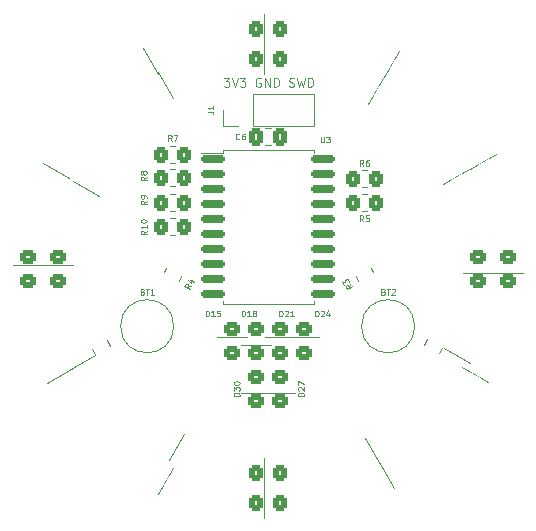
<source format=gto>
G04 #@! TF.GenerationSoftware,KiCad,Pcbnew,6.0.9-8da3e8f707~116~ubuntu22.04.1*
G04 #@! TF.CreationDate,2022-11-08T11:27:41+01:00*
G04 #@! TF.ProjectId,PCB-Horloge,5043422d-486f-4726-9c6f-67652e6b6963,1.0*
G04 #@! TF.SameCoordinates,Original*
G04 #@! TF.FileFunction,Legend,Top*
G04 #@! TF.FilePolarity,Positive*
%FSLAX46Y46*%
G04 Gerber Fmt 4.6, Leading zero omitted, Abs format (unit mm)*
G04 Created by KiCad (PCBNEW 6.0.9-8da3e8f707~116~ubuntu22.04.1) date 2022-11-08 11:27:41*
%MOMM*%
%LPD*%
G01*
G04 APERTURE LIST*
G04 Aperture macros list*
%AMRoundRect*
0 Rectangle with rounded corners*
0 $1 Rounding radius*
0 $2 $3 $4 $5 $6 $7 $8 $9 X,Y pos of 4 corners*
0 Add a 4 corners polygon primitive as box body*
4,1,4,$2,$3,$4,$5,$6,$7,$8,$9,$2,$3,0*
0 Add four circle primitives for the rounded corners*
1,1,$1+$1,$2,$3*
1,1,$1+$1,$4,$5*
1,1,$1+$1,$6,$7*
1,1,$1+$1,$8,$9*
0 Add four rect primitives between the rounded corners*
20,1,$1+$1,$2,$3,$4,$5,0*
20,1,$1+$1,$4,$5,$6,$7,0*
20,1,$1+$1,$6,$7,$8,$9,0*
20,1,$1+$1,$8,$9,$2,$3,0*%
G04 Aperture macros list end*
%ADD10C,0.100000*%
%ADD11C,0.120000*%
%ADD12R,1.700000X1.700000*%
%ADD13O,1.700000X1.700000*%
%ADD14RoundRect,0.250000X0.506458X0.227211X-0.056458X0.552211X-0.506458X-0.227211X0.056458X-0.552211X0*%
%ADD15C,4.000000*%
%ADD16RoundRect,0.250000X-0.450000X0.325000X-0.450000X-0.325000X0.450000X-0.325000X0.450000X0.325000X0*%
%ADD17RoundRect,0.250000X0.227211X-0.506458X0.552211X0.056458X-0.227211X0.506458X-0.552211X-0.056458X0*%
%ADD18RoundRect,0.250000X0.242612X-0.529784X0.580112X0.054784X-0.242612X0.529784X-0.580112X-0.054784X0*%
%ADD19RoundRect,0.250000X0.350000X0.450000X-0.350000X0.450000X-0.350000X-0.450000X0.350000X-0.450000X0*%
%ADD20RoundRect,0.250000X0.552211X-0.056458X0.227211X0.506458X-0.552211X0.056458X-0.227211X-0.506458X0*%
%ADD21RoundRect,0.250000X-0.350000X-0.450000X0.350000X-0.450000X0.350000X0.450000X-0.350000X0.450000X0*%
%ADD22C,2.100000*%
%ADD23RoundRect,0.250000X-0.506458X-0.227211X0.056458X-0.552211X0.506458X0.227211X-0.056458X0.552211X0*%
%ADD24RoundRect,0.250000X-0.056458X-0.552211X0.506458X-0.227211X0.056458X0.552211X-0.506458X0.227211X0*%
%ADD25RoundRect,0.250000X0.450000X-0.325000X0.450000X0.325000X-0.450000X0.325000X-0.450000X-0.325000X0*%
%ADD26RoundRect,0.150000X-0.875000X-0.150000X0.875000X-0.150000X0.875000X0.150000X-0.875000X0.150000X0*%
%ADD27RoundRect,0.250000X0.564711X-0.078109X0.214711X0.528109X-0.564711X0.078109X-0.214711X-0.528109X0*%
%ADD28RoundRect,0.250000X-0.337500X-0.475000X0.337500X-0.475000X0.337500X0.475000X-0.337500X0.475000X0*%
%ADD29RoundRect,0.250000X-0.325000X-0.450000X0.325000X-0.450000X0.325000X0.450000X-0.325000X0.450000X0*%
%ADD30RoundRect,0.250000X-0.227211X0.506458X-0.552211X-0.056458X0.227211X-0.506458X0.552211X0.056458X0*%
%ADD31RoundRect,0.250000X-0.580112X0.054784X-0.242612X-0.529784X0.580112X-0.054784X0.242612X0.529784X0*%
%ADD32RoundRect,0.250000X-0.214711X0.528109X-0.564711X-0.078109X0.214711X-0.528109X0.564711X0.078109X0*%
G04 APERTURE END LIST*
D10*
X133396428Y-75289285D02*
X133860714Y-75289285D01*
X133610714Y-75575000D01*
X133717857Y-75575000D01*
X133789285Y-75610714D01*
X133825000Y-75646428D01*
X133860714Y-75717857D01*
X133860714Y-75896428D01*
X133825000Y-75967857D01*
X133789285Y-76003571D01*
X133717857Y-76039285D01*
X133503571Y-76039285D01*
X133432142Y-76003571D01*
X133396428Y-75967857D01*
X134075000Y-75289285D02*
X134325000Y-76039285D01*
X134575000Y-75289285D01*
X134753571Y-75289285D02*
X135217857Y-75289285D01*
X134967857Y-75575000D01*
X135075000Y-75575000D01*
X135146428Y-75610714D01*
X135182142Y-75646428D01*
X135217857Y-75717857D01*
X135217857Y-75896428D01*
X135182142Y-75967857D01*
X135146428Y-76003571D01*
X135075000Y-76039285D01*
X134860714Y-76039285D01*
X134789285Y-76003571D01*
X134753571Y-75967857D01*
X136503571Y-75325000D02*
X136432142Y-75289285D01*
X136325000Y-75289285D01*
X136217857Y-75325000D01*
X136146428Y-75396428D01*
X136110714Y-75467857D01*
X136075000Y-75610714D01*
X136075000Y-75717857D01*
X136110714Y-75860714D01*
X136146428Y-75932142D01*
X136217857Y-76003571D01*
X136325000Y-76039285D01*
X136396428Y-76039285D01*
X136503571Y-76003571D01*
X136539285Y-75967857D01*
X136539285Y-75717857D01*
X136396428Y-75717857D01*
X136860714Y-76039285D02*
X136860714Y-75289285D01*
X137289285Y-76039285D01*
X137289285Y-75289285D01*
X137646428Y-76039285D02*
X137646428Y-75289285D01*
X137825000Y-75289285D01*
X137932142Y-75325000D01*
X138003571Y-75396428D01*
X138039285Y-75467857D01*
X138075000Y-75610714D01*
X138075000Y-75717857D01*
X138039285Y-75860714D01*
X138003571Y-75932142D01*
X137932142Y-76003571D01*
X137825000Y-76039285D01*
X137646428Y-76039285D01*
X138932142Y-76003571D02*
X139039285Y-76039285D01*
X139217857Y-76039285D01*
X139289285Y-76003571D01*
X139325000Y-75967857D01*
X139360714Y-75896428D01*
X139360714Y-75825000D01*
X139325000Y-75753571D01*
X139289285Y-75717857D01*
X139217857Y-75682142D01*
X139075000Y-75646428D01*
X139003571Y-75610714D01*
X138967857Y-75575000D01*
X138932142Y-75503571D01*
X138932142Y-75432142D01*
X138967857Y-75360714D01*
X139003571Y-75325000D01*
X139075000Y-75289285D01*
X139253571Y-75289285D01*
X139360714Y-75325000D01*
X139610714Y-75289285D02*
X139789285Y-76039285D01*
X139932142Y-75503571D01*
X140075000Y-76039285D01*
X140253571Y-75289285D01*
X140539285Y-76039285D02*
X140539285Y-75289285D01*
X140717857Y-75289285D01*
X140825000Y-75325000D01*
X140896428Y-75396428D01*
X140932142Y-75467857D01*
X140967857Y-75610714D01*
X140967857Y-75717857D01*
X140932142Y-75860714D01*
X140896428Y-75932142D01*
X140825000Y-76003571D01*
X140717857Y-76039285D01*
X140539285Y-76039285D01*
X132016190Y-78163533D02*
X132373333Y-78163533D01*
X132444761Y-78187343D01*
X132492380Y-78234962D01*
X132516190Y-78306390D01*
X132516190Y-78354009D01*
X132516190Y-77663533D02*
X132516190Y-77949247D01*
X132516190Y-77806390D02*
X132016190Y-77806390D01*
X132087619Y-77854009D01*
X132135238Y-77901628D01*
X132159047Y-77949247D01*
X146907142Y-93366285D02*
X146978571Y-93390095D01*
X147002380Y-93413904D01*
X147026190Y-93461523D01*
X147026190Y-93532952D01*
X147002380Y-93580571D01*
X146978571Y-93604380D01*
X146930952Y-93628190D01*
X146740476Y-93628190D01*
X146740476Y-93128190D01*
X146907142Y-93128190D01*
X146954761Y-93152000D01*
X146978571Y-93175809D01*
X147002380Y-93223428D01*
X147002380Y-93271047D01*
X146978571Y-93318666D01*
X146954761Y-93342476D01*
X146907142Y-93366285D01*
X146740476Y-93366285D01*
X147169047Y-93128190D02*
X147454761Y-93128190D01*
X147311904Y-93628190D02*
X147311904Y-93128190D01*
X147597619Y-93175809D02*
X147621428Y-93152000D01*
X147669047Y-93128190D01*
X147788095Y-93128190D01*
X147835714Y-93152000D01*
X147859523Y-93175809D01*
X147883333Y-93223428D01*
X147883333Y-93271047D01*
X147859523Y-93342476D01*
X147573809Y-93628190D01*
X147883333Y-93628190D01*
X126507142Y-93366285D02*
X126578571Y-93390095D01*
X126602380Y-93413904D01*
X126626190Y-93461523D01*
X126626190Y-93532952D01*
X126602380Y-93580571D01*
X126578571Y-93604380D01*
X126530952Y-93628190D01*
X126340476Y-93628190D01*
X126340476Y-93128190D01*
X126507142Y-93128190D01*
X126554761Y-93152000D01*
X126578571Y-93175809D01*
X126602380Y-93223428D01*
X126602380Y-93271047D01*
X126578571Y-93318666D01*
X126554761Y-93342476D01*
X126507142Y-93366285D01*
X126340476Y-93366285D01*
X126769047Y-93128190D02*
X127054761Y-93128190D01*
X126911904Y-93628190D02*
X126911904Y-93128190D01*
X127483333Y-93628190D02*
X127197619Y-93628190D01*
X127340476Y-93628190D02*
X127340476Y-93128190D01*
X127292857Y-93199619D01*
X127245238Y-93247238D01*
X127197619Y-93271047D01*
X131853857Y-95476190D02*
X131853857Y-94976190D01*
X131972904Y-94976190D01*
X132044333Y-95000000D01*
X132091952Y-95047619D01*
X132115761Y-95095238D01*
X132139571Y-95190476D01*
X132139571Y-95261904D01*
X132115761Y-95357142D01*
X132091952Y-95404761D01*
X132044333Y-95452380D01*
X131972904Y-95476190D01*
X131853857Y-95476190D01*
X132615761Y-95476190D02*
X132330047Y-95476190D01*
X132472904Y-95476190D02*
X132472904Y-94976190D01*
X132425285Y-95047619D01*
X132377666Y-95095238D01*
X132330047Y-95119047D01*
X133068142Y-94976190D02*
X132830047Y-94976190D01*
X132806238Y-95214285D01*
X132830047Y-95190476D01*
X132877666Y-95166666D01*
X132996714Y-95166666D01*
X133044333Y-95190476D01*
X133068142Y-95214285D01*
X133091952Y-95261904D01*
X133091952Y-95380952D01*
X133068142Y-95428571D01*
X133044333Y-95452380D01*
X132996714Y-95476190D01*
X132877666Y-95476190D01*
X132830047Y-95452380D01*
X132806238Y-95428571D01*
X126845190Y-85681333D02*
X126607095Y-85848000D01*
X126845190Y-85967047D02*
X126345190Y-85967047D01*
X126345190Y-85776571D01*
X126369000Y-85728952D01*
X126392809Y-85705142D01*
X126440428Y-85681333D01*
X126511857Y-85681333D01*
X126559476Y-85705142D01*
X126583285Y-85728952D01*
X126607095Y-85776571D01*
X126607095Y-85967047D01*
X126845190Y-85443238D02*
X126845190Y-85348000D01*
X126821380Y-85300380D01*
X126797571Y-85276571D01*
X126726142Y-85228952D01*
X126630904Y-85205142D01*
X126440428Y-85205142D01*
X126392809Y-85228952D01*
X126369000Y-85252761D01*
X126345190Y-85300380D01*
X126345190Y-85395619D01*
X126369000Y-85443238D01*
X126392809Y-85467047D01*
X126440428Y-85490857D01*
X126559476Y-85490857D01*
X126607095Y-85467047D01*
X126630904Y-85443238D01*
X126654714Y-85395619D01*
X126654714Y-85300380D01*
X126630904Y-85252761D01*
X126607095Y-85228952D01*
X126559476Y-85205142D01*
X145216666Y-82726190D02*
X145050000Y-82488095D01*
X144930952Y-82726190D02*
X144930952Y-82226190D01*
X145121428Y-82226190D01*
X145169047Y-82250000D01*
X145192857Y-82273809D01*
X145216666Y-82321428D01*
X145216666Y-82392857D01*
X145192857Y-82440476D01*
X145169047Y-82464285D01*
X145121428Y-82488095D01*
X144930952Y-82488095D01*
X145645238Y-82226190D02*
X145550000Y-82226190D01*
X145502380Y-82250000D01*
X145478571Y-82273809D01*
X145430952Y-82345238D01*
X145407142Y-82440476D01*
X145407142Y-82630952D01*
X145430952Y-82678571D01*
X145454761Y-82702380D01*
X145502380Y-82726190D01*
X145597619Y-82726190D01*
X145645238Y-82702380D01*
X145669047Y-82678571D01*
X145692857Y-82630952D01*
X145692857Y-82511904D01*
X145669047Y-82464285D01*
X145645238Y-82440476D01*
X145597619Y-82416666D01*
X145502380Y-82416666D01*
X145454761Y-82440476D01*
X145430952Y-82464285D01*
X145407142Y-82511904D01*
X145204666Y-87426190D02*
X145038000Y-87188095D01*
X144918952Y-87426190D02*
X144918952Y-86926190D01*
X145109428Y-86926190D01*
X145157047Y-86950000D01*
X145180857Y-86973809D01*
X145204666Y-87021428D01*
X145204666Y-87092857D01*
X145180857Y-87140476D01*
X145157047Y-87164285D01*
X145109428Y-87188095D01*
X144918952Y-87188095D01*
X145657047Y-86926190D02*
X145418952Y-86926190D01*
X145395142Y-87164285D01*
X145418952Y-87140476D01*
X145466571Y-87116666D01*
X145585619Y-87116666D01*
X145633238Y-87140476D01*
X145657047Y-87164285D01*
X145680857Y-87211904D01*
X145680857Y-87330952D01*
X145657047Y-87378571D01*
X145633238Y-87402380D01*
X145585619Y-87426190D01*
X145466571Y-87426190D01*
X145418952Y-87402380D01*
X145395142Y-87378571D01*
X141605047Y-80244190D02*
X141605047Y-80648952D01*
X141628857Y-80696571D01*
X141652666Y-80720380D01*
X141700285Y-80744190D01*
X141795523Y-80744190D01*
X141843142Y-80720380D01*
X141866952Y-80696571D01*
X141890761Y-80648952D01*
X141890761Y-80244190D01*
X142081238Y-80244190D02*
X142390761Y-80244190D01*
X142224095Y-80434666D01*
X142295523Y-80434666D01*
X142343142Y-80458476D01*
X142366952Y-80482285D01*
X142390761Y-80529904D01*
X142390761Y-80648952D01*
X142366952Y-80696571D01*
X142343142Y-80720380D01*
X142295523Y-80744190D01*
X142152666Y-80744190D01*
X142105047Y-80720380D01*
X142081238Y-80696571D01*
X134720190Y-102216142D02*
X134220190Y-102216142D01*
X134220190Y-102097095D01*
X134244000Y-102025666D01*
X134291619Y-101978047D01*
X134339238Y-101954238D01*
X134434476Y-101930428D01*
X134505904Y-101930428D01*
X134601142Y-101954238D01*
X134648761Y-101978047D01*
X134696380Y-102025666D01*
X134720190Y-102097095D01*
X134720190Y-102216142D01*
X134220190Y-101763761D02*
X134220190Y-101454238D01*
X134410666Y-101620904D01*
X134410666Y-101549476D01*
X134434476Y-101501857D01*
X134458285Y-101478047D01*
X134505904Y-101454238D01*
X134624952Y-101454238D01*
X134672571Y-101478047D01*
X134696380Y-101501857D01*
X134720190Y-101549476D01*
X134720190Y-101692333D01*
X134696380Y-101739952D01*
X134672571Y-101763761D01*
X134220190Y-101144714D02*
X134220190Y-101097095D01*
X134244000Y-101049476D01*
X134267809Y-101025666D01*
X134315428Y-101001857D01*
X134410666Y-100978047D01*
X134529714Y-100978047D01*
X134624952Y-101001857D01*
X134672571Y-101025666D01*
X134696380Y-101049476D01*
X134720190Y-101097095D01*
X134720190Y-101144714D01*
X134696380Y-101192333D01*
X134672571Y-101216142D01*
X134624952Y-101239952D01*
X134529714Y-101263761D01*
X134410666Y-101263761D01*
X134315428Y-101239952D01*
X134267809Y-101216142D01*
X134244000Y-101192333D01*
X134220190Y-101144714D01*
X144108611Y-92684073D02*
X143985748Y-92947458D01*
X144251468Y-92931509D02*
X143818455Y-93181509D01*
X143723217Y-93016552D01*
X143720027Y-92963408D01*
X143728742Y-92930883D01*
X143758077Y-92886454D01*
X143819936Y-92850740D01*
X143873080Y-92847550D01*
X143905604Y-92856265D01*
X143950033Y-92885599D01*
X144045271Y-93050556D01*
X143592265Y-92789735D02*
X143437503Y-92521680D01*
X143685793Y-92570779D01*
X143650079Y-92508921D01*
X143646889Y-92455776D01*
X143655604Y-92423252D01*
X143684939Y-92378823D01*
X143788037Y-92319299D01*
X143841181Y-92316109D01*
X143873705Y-92324824D01*
X143918135Y-92354159D01*
X143989563Y-92477877D01*
X143992753Y-92531021D01*
X143984038Y-92563545D01*
X140180190Y-102225142D02*
X139680190Y-102225142D01*
X139680190Y-102106095D01*
X139704000Y-102034666D01*
X139751619Y-101987047D01*
X139799238Y-101963238D01*
X139894476Y-101939428D01*
X139965904Y-101939428D01*
X140061142Y-101963238D01*
X140108761Y-101987047D01*
X140156380Y-102034666D01*
X140180190Y-102106095D01*
X140180190Y-102225142D01*
X139727809Y-101748952D02*
X139704000Y-101725142D01*
X139680190Y-101677523D01*
X139680190Y-101558476D01*
X139704000Y-101510857D01*
X139727809Y-101487047D01*
X139775428Y-101463238D01*
X139823047Y-101463238D01*
X139894476Y-101487047D01*
X140180190Y-101772761D01*
X140180190Y-101463238D01*
X139680190Y-101296571D02*
X139680190Y-100963238D01*
X140180190Y-101177523D01*
X141124857Y-95476190D02*
X141124857Y-94976190D01*
X141243904Y-94976190D01*
X141315333Y-95000000D01*
X141362952Y-95047619D01*
X141386761Y-95095238D01*
X141410571Y-95190476D01*
X141410571Y-95261904D01*
X141386761Y-95357142D01*
X141362952Y-95404761D01*
X141315333Y-95452380D01*
X141243904Y-95476190D01*
X141124857Y-95476190D01*
X141601047Y-95023809D02*
X141624857Y-95000000D01*
X141672476Y-94976190D01*
X141791523Y-94976190D01*
X141839142Y-95000000D01*
X141862952Y-95023809D01*
X141886761Y-95071428D01*
X141886761Y-95119047D01*
X141862952Y-95190476D01*
X141577238Y-95476190D01*
X141886761Y-95476190D01*
X142315333Y-95142857D02*
X142315333Y-95476190D01*
X142196285Y-94952380D02*
X142077238Y-95309523D01*
X142386761Y-95309523D01*
X134716666Y-80442571D02*
X134692857Y-80466380D01*
X134621428Y-80490190D01*
X134573809Y-80490190D01*
X134502380Y-80466380D01*
X134454761Y-80418761D01*
X134430952Y-80371142D01*
X134407142Y-80275904D01*
X134407142Y-80204476D01*
X134430952Y-80109238D01*
X134454761Y-80061619D01*
X134502380Y-80014000D01*
X134573809Y-79990190D01*
X134621428Y-79990190D01*
X134692857Y-80014000D01*
X134716666Y-80037809D01*
X135145238Y-79990190D02*
X135050000Y-79990190D01*
X135002380Y-80014000D01*
X134978571Y-80037809D01*
X134930952Y-80109238D01*
X134907142Y-80204476D01*
X134907142Y-80394952D01*
X134930952Y-80442571D01*
X134954761Y-80466380D01*
X135002380Y-80490190D01*
X135097619Y-80490190D01*
X135145238Y-80466380D01*
X135169047Y-80442571D01*
X135192857Y-80394952D01*
X135192857Y-80275904D01*
X135169047Y-80228285D01*
X135145238Y-80204476D01*
X135097619Y-80180666D01*
X135002380Y-80180666D01*
X134954761Y-80204476D01*
X134930952Y-80228285D01*
X134907142Y-80275904D01*
X134901857Y-95476190D02*
X134901857Y-94976190D01*
X135020904Y-94976190D01*
X135092333Y-95000000D01*
X135139952Y-95047619D01*
X135163761Y-95095238D01*
X135187571Y-95190476D01*
X135187571Y-95261904D01*
X135163761Y-95357142D01*
X135139952Y-95404761D01*
X135092333Y-95452380D01*
X135020904Y-95476190D01*
X134901857Y-95476190D01*
X135663761Y-95476190D02*
X135378047Y-95476190D01*
X135520904Y-95476190D02*
X135520904Y-94976190D01*
X135473285Y-95047619D01*
X135425666Y-95095238D01*
X135378047Y-95119047D01*
X135949476Y-95190476D02*
X135901857Y-95166666D01*
X135878047Y-95142857D01*
X135854238Y-95095238D01*
X135854238Y-95071428D01*
X135878047Y-95023809D01*
X135901857Y-95000000D01*
X135949476Y-94976190D01*
X136044714Y-94976190D01*
X136092333Y-95000000D01*
X136116142Y-95023809D01*
X136139952Y-95071428D01*
X136139952Y-95095238D01*
X136116142Y-95142857D01*
X136092333Y-95166666D01*
X136044714Y-95190476D01*
X135949476Y-95190476D01*
X135901857Y-95214285D01*
X135878047Y-95238095D01*
X135854238Y-95285714D01*
X135854238Y-95380952D01*
X135878047Y-95428571D01*
X135901857Y-95452380D01*
X135949476Y-95476190D01*
X136044714Y-95476190D01*
X136092333Y-95452380D01*
X136116142Y-95428571D01*
X136139952Y-95380952D01*
X136139952Y-95285714D01*
X136116142Y-95238095D01*
X136092333Y-95214285D01*
X136044714Y-95190476D01*
X126845190Y-83649333D02*
X126607095Y-83816000D01*
X126845190Y-83935047D02*
X126345190Y-83935047D01*
X126345190Y-83744571D01*
X126369000Y-83696952D01*
X126392809Y-83673142D01*
X126440428Y-83649333D01*
X126511857Y-83649333D01*
X126559476Y-83673142D01*
X126583285Y-83696952D01*
X126607095Y-83744571D01*
X126607095Y-83935047D01*
X126559476Y-83363619D02*
X126535666Y-83411238D01*
X126511857Y-83435047D01*
X126464238Y-83458857D01*
X126440428Y-83458857D01*
X126392809Y-83435047D01*
X126369000Y-83411238D01*
X126345190Y-83363619D01*
X126345190Y-83268380D01*
X126369000Y-83220761D01*
X126392809Y-83196952D01*
X126440428Y-83173142D01*
X126464238Y-83173142D01*
X126511857Y-83196952D01*
X126535666Y-83220761D01*
X126559476Y-83268380D01*
X126559476Y-83363619D01*
X126583285Y-83411238D01*
X126607095Y-83435047D01*
X126654714Y-83458857D01*
X126749952Y-83458857D01*
X126797571Y-83435047D01*
X126821380Y-83411238D01*
X126845190Y-83363619D01*
X126845190Y-83268380D01*
X126821380Y-83220761D01*
X126797571Y-83196952D01*
X126749952Y-83173142D01*
X126654714Y-83173142D01*
X126607095Y-83196952D01*
X126583285Y-83220761D01*
X126559476Y-83268380D01*
X128964666Y-80617190D02*
X128798000Y-80379095D01*
X128678952Y-80617190D02*
X128678952Y-80117190D01*
X128869428Y-80117190D01*
X128917047Y-80141000D01*
X128940857Y-80164809D01*
X128964666Y-80212428D01*
X128964666Y-80283857D01*
X128940857Y-80331476D01*
X128917047Y-80355285D01*
X128869428Y-80379095D01*
X128678952Y-80379095D01*
X129131333Y-80117190D02*
X129464666Y-80117190D01*
X129250380Y-80617190D01*
X126845190Y-88205428D02*
X126607095Y-88372095D01*
X126845190Y-88491142D02*
X126345190Y-88491142D01*
X126345190Y-88300666D01*
X126369000Y-88253047D01*
X126392809Y-88229238D01*
X126440428Y-88205428D01*
X126511857Y-88205428D01*
X126559476Y-88229238D01*
X126583285Y-88253047D01*
X126607095Y-88300666D01*
X126607095Y-88491142D01*
X126845190Y-87729238D02*
X126845190Y-88014952D01*
X126845190Y-87872095D02*
X126345190Y-87872095D01*
X126416619Y-87919714D01*
X126464238Y-87967333D01*
X126488047Y-88014952D01*
X126345190Y-87419714D02*
X126345190Y-87372095D01*
X126369000Y-87324476D01*
X126392809Y-87300666D01*
X126440428Y-87276857D01*
X126535666Y-87253047D01*
X126654714Y-87253047D01*
X126749952Y-87276857D01*
X126797571Y-87300666D01*
X126821380Y-87324476D01*
X126845190Y-87372095D01*
X126845190Y-87419714D01*
X126821380Y-87467333D01*
X126797571Y-87491142D01*
X126749952Y-87514952D01*
X126654714Y-87538761D01*
X126535666Y-87538761D01*
X126440428Y-87514952D01*
X126392809Y-87491142D01*
X126369000Y-87467333D01*
X126345190Y-87419714D01*
X138076857Y-95476190D02*
X138076857Y-94976190D01*
X138195904Y-94976190D01*
X138267333Y-95000000D01*
X138314952Y-95047619D01*
X138338761Y-95095238D01*
X138362571Y-95190476D01*
X138362571Y-95261904D01*
X138338761Y-95357142D01*
X138314952Y-95404761D01*
X138267333Y-95452380D01*
X138195904Y-95476190D01*
X138076857Y-95476190D01*
X138553047Y-95023809D02*
X138576857Y-95000000D01*
X138624476Y-94976190D01*
X138743523Y-94976190D01*
X138791142Y-95000000D01*
X138814952Y-95023809D01*
X138838761Y-95071428D01*
X138838761Y-95119047D01*
X138814952Y-95190476D01*
X138529238Y-95476190D01*
X138838761Y-95476190D01*
X139314952Y-95476190D02*
X139029238Y-95476190D01*
X139172095Y-95476190D02*
X139172095Y-94976190D01*
X139124476Y-95047619D01*
X139076857Y-95095238D01*
X139029238Y-95119047D01*
X130631162Y-92910264D02*
X130341632Y-92935553D01*
X130488304Y-93157699D02*
X130055292Y-92907699D01*
X130150530Y-92742742D01*
X130194959Y-92713408D01*
X130227483Y-92704693D01*
X130280627Y-92707883D01*
X130342486Y-92743597D01*
X130371821Y-92788026D01*
X130380536Y-92820550D01*
X130377346Y-92873695D01*
X130282108Y-93038652D01*
X130556772Y-92372443D02*
X130845447Y-92539110D01*
X130332291Y-92380303D02*
X130582062Y-92661973D01*
X130736824Y-92393917D01*
D11*
X133290000Y-79326867D02*
X133290000Y-77996867D01*
X135890000Y-76666867D02*
X141030000Y-76666867D01*
X135890000Y-79326867D02*
X141030000Y-79326867D01*
X141030000Y-79326867D02*
X141030000Y-76666867D01*
X135890000Y-79326867D02*
X135890000Y-76666867D01*
X134620000Y-79326867D02*
X133290000Y-79326867D01*
X129075532Y-108302558D02*
X127805532Y-110502263D01*
X146855532Y-75282558D02*
X145585532Y-77482263D01*
X149550000Y-96300000D02*
G75*
G03*
X149550000Y-96300000I-2250000J0D01*
G01*
X115583765Y-91090021D02*
X118123765Y-91090021D01*
X129150000Y-96300000D02*
G75*
G03*
X129150000Y-96300000I-2250000J0D01*
G01*
X132855765Y-97204021D02*
X135395765Y-97204021D01*
X122832942Y-85259208D02*
X120633237Y-83989208D01*
X120292942Y-83735208D02*
X118093237Y-82465208D01*
X151624653Y-98595250D02*
X151885905Y-98142748D01*
X150351595Y-97860250D02*
X150612847Y-97407748D01*
X129275064Y-86587000D02*
X128820936Y-86587000D01*
X129275064Y-85117000D02*
X128820936Y-85117000D01*
X120638421Y-99879297D02*
X118438716Y-101149297D01*
X145076936Y-84555000D02*
X145531064Y-84555000D01*
X145076936Y-83085000D02*
X145531064Y-83085000D01*
X156427920Y-81716825D02*
X154228215Y-82986825D01*
X128755116Y-107588442D02*
X130025116Y-105388737D01*
X154170921Y-82986973D02*
X151971216Y-84256973D01*
X129092360Y-76978562D02*
X127822360Y-74778857D01*
X156196235Y-91789979D02*
X153656235Y-91789979D01*
X145060936Y-86587000D02*
X145515064Y-86587000D01*
X145060936Y-85117000D02*
X145515064Y-85117000D01*
X148186100Y-73012440D02*
X146916100Y-75212145D01*
X137160000Y-94394000D02*
X141020000Y-94394000D01*
X137160000Y-94394000D02*
X133300000Y-94394000D01*
X133300000Y-81374000D02*
X133300000Y-81609000D01*
X137160000Y-81374000D02*
X133300000Y-81374000D01*
X141020000Y-81374000D02*
X141020000Y-81609000D01*
X137160000Y-81374000D02*
X141020000Y-81374000D01*
X141020000Y-94394000D02*
X141020000Y-94159000D01*
X133300000Y-81609000D02*
X131485000Y-81609000D01*
X133300000Y-94394000D02*
X133300000Y-94159000D01*
X137400235Y-101958979D02*
X134860235Y-101958979D01*
X146050061Y-91729143D02*
X145822997Y-91335857D01*
X144777003Y-92464143D02*
X144549939Y-92070857D01*
X139432235Y-101967979D02*
X136892235Y-101967979D01*
X138951765Y-97213021D02*
X141491765Y-97213021D01*
X136877248Y-80999000D02*
X137399752Y-80999000D01*
X136877248Y-79529000D02*
X137399752Y-79529000D01*
X118123765Y-91081021D02*
X120663765Y-91081021D01*
X127833027Y-74922921D02*
X126563027Y-72723216D01*
X137400235Y-97903979D02*
X134860235Y-97903979D01*
X129282591Y-84453305D02*
X128828463Y-84453305D01*
X129282591Y-82983305D02*
X128828463Y-82983305D01*
X136801021Y-72376235D02*
X136801021Y-69836235D01*
X129275064Y-82523000D02*
X128820936Y-82523000D01*
X129275064Y-81053000D02*
X128820936Y-81053000D01*
X136801021Y-112508235D02*
X136801021Y-109968235D01*
X129259064Y-88619000D02*
X128804936Y-88619000D01*
X129259064Y-87149000D02*
X128804936Y-87149000D01*
X136919765Y-97204021D02*
X139459765Y-97204021D01*
X151995058Y-98128792D02*
X154194763Y-99398792D01*
X136810021Y-109968235D02*
X136810021Y-107428235D01*
X155794981Y-101007208D02*
X153595276Y-99737208D01*
X136801021Y-74916235D02*
X136801021Y-72376235D01*
X123505903Y-97506249D02*
X123767155Y-97958751D01*
X122232845Y-98241249D02*
X122494097Y-98693751D01*
X122462921Y-98774973D02*
X120263216Y-100044973D01*
X158736235Y-91789979D02*
X156196235Y-91789979D01*
X146629027Y-107942921D02*
X145359027Y-105743216D01*
X147773351Y-109979421D02*
X146503351Y-107779716D01*
X129798061Y-92070857D02*
X129570997Y-92464143D01*
X128525003Y-91335857D02*
X128297939Y-91729143D01*
%LPC*%
D12*
X134620000Y-77996867D03*
D13*
X137160000Y-77996867D03*
X139700000Y-77996867D03*
D14*
X129032000Y-109728000D03*
X127256648Y-108703000D03*
X146812000Y-76708000D03*
X145036648Y-75683000D03*
D15*
X147300000Y-96300000D03*
D16*
X116840000Y-90415000D03*
X116840000Y-92465000D03*
D15*
X126900000Y-96300000D03*
D16*
X134112000Y-96529000D03*
X134112000Y-98579000D03*
D17*
X121407500Y-85215676D03*
X122432500Y-83440324D03*
X118867500Y-83691676D03*
X119892500Y-81916324D03*
D18*
X150600000Y-98900000D03*
X151637500Y-97102998D03*
D19*
X130048000Y-85852000D03*
X128048000Y-85852000D03*
D20*
X119888000Y-101092000D03*
X118863000Y-99316648D03*
D21*
X144304000Y-83820000D03*
X146304000Y-83820000D03*
D22*
X115650000Y-86600000D03*
D20*
X155677499Y-82929528D03*
X154652499Y-81154176D03*
D23*
X128798648Y-106163000D03*
X130574000Y-107188000D03*
D20*
X153420500Y-84199676D03*
X152395500Y-82424324D03*
D24*
X127879657Y-76228141D03*
X129655009Y-75203141D03*
D25*
X154940000Y-92465000D03*
X154940000Y-90415000D03*
D21*
X144288000Y-85852000D03*
X146288000Y-85852000D03*
D14*
X148142568Y-74437882D03*
X146367216Y-73412882D03*
D26*
X132510000Y-82169000D03*
X132510000Y-83439000D03*
X132510000Y-84709000D03*
X132510000Y-85979000D03*
X132510000Y-87249000D03*
X132510000Y-88519000D03*
X132510000Y-89789000D03*
X132510000Y-91059000D03*
X132510000Y-92329000D03*
X132510000Y-93599000D03*
X141810000Y-93599000D03*
X141810000Y-92329000D03*
X141810000Y-91059000D03*
X141810000Y-89789000D03*
X141810000Y-88519000D03*
X141810000Y-87249000D03*
X141810000Y-85979000D03*
X141810000Y-84709000D03*
X141810000Y-83439000D03*
X141810000Y-82169000D03*
D25*
X136144000Y-102634000D03*
X136144000Y-100584000D03*
D27*
X145800000Y-92766025D03*
X144800000Y-91033975D03*
D25*
X138176000Y-102643000D03*
X138176000Y-100593000D03*
D16*
X140208000Y-96538000D03*
X140208000Y-98588000D03*
D28*
X136101000Y-80264000D03*
X138176000Y-80264000D03*
D16*
X119380000Y-90406000D03*
X119380000Y-92456000D03*
D24*
X126620324Y-74172500D03*
X128395676Y-73147500D03*
D25*
X136144000Y-98579000D03*
X136144000Y-96529000D03*
D19*
X130055527Y-83718305D03*
X128055527Y-83718305D03*
D29*
X136126000Y-71120000D03*
X138176000Y-71120000D03*
D19*
X130048000Y-81788000D03*
X128048000Y-81788000D03*
D29*
X136126000Y-111252000D03*
X138176000Y-111252000D03*
D19*
X130032000Y-87884000D03*
X128032000Y-87884000D03*
D16*
X138176000Y-96529000D03*
X138176000Y-98579000D03*
D30*
X153420500Y-98172324D03*
X152395500Y-99947676D03*
D29*
X136135000Y-108712000D03*
X138185000Y-108712000D03*
D17*
X154369539Y-100963676D03*
X155394539Y-99188324D03*
D29*
X136126000Y-73660000D03*
X138176000Y-73660000D03*
D31*
X122481250Y-97201499D03*
X123518750Y-98998501D03*
D20*
X121712500Y-99987676D03*
X120687500Y-98212324D03*
D25*
X157480000Y-92465000D03*
X157480000Y-90415000D03*
D24*
X145416324Y-107192500D03*
X147191676Y-106167500D03*
D22*
X158650000Y-86600000D03*
D24*
X146560648Y-109229000D03*
X148336000Y-108204000D03*
D32*
X129548000Y-91033975D03*
X128548000Y-92766025D03*
M02*

</source>
